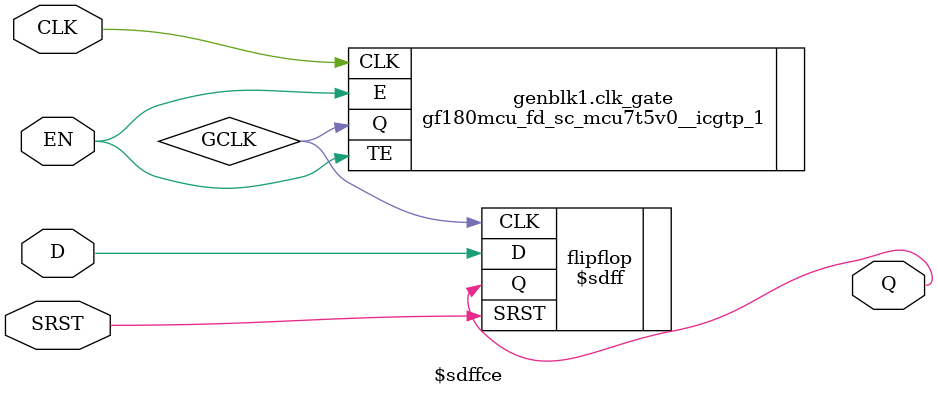
<source format=v>
/*
 	Copyright 2022 AUC Open Source Hardware Lab
	
	Licensed under the Apache License, Version 2.0 (the "License"); 
	you may not use this file except in compliance with the License. 
	You may obtain a copy of the License at:

	http://www.apache.org/licenses/LICENSE-2.0

	Unless required by applicable law or agreed to in writing, software 
	distributed under the License is distributed on an "AS IS" BASIS, 
	WITHOUT WARRANTIES OR CONDITIONS OF ANY KIND, either express or implied. 
	See the License for the specific language governing permissions and 
	limitations under the License.
*/



module \$adffe (ARST, CLK, D, EN, Q);
    parameter ARST_POLARITY =1'b1;
    parameter ARST_VALUE  =1'b0;
    parameter CLK_POLARITY =1'b1;
    parameter EN_POLARITY =1'b1;
    parameter WIDTH =1;

    input ARST, CLK, EN;
    input [WIDTH -1 :0] D; 
    output [WIDTH -1 :0] Q;

    wire GCLK;

    generate
        if (WIDTH < 5) begin
                gf180mcu_fd_sc_mcu7t5v0__icgtp_1  clk_gate ( .TE(EN), .E(EN), .CLK(CLK), .Q(GCLK) );
                end
            else if (WIDTH < 17) begin
                gf180mcu_fd_sc_mcu7t5v0__icgtp_2  clk_gate ( .TE(EN), .E(EN), .CLK(CLK), .Q(GCLK) );
                end
            else begin
                gf180mcu_fd_sc_mcu7t5v0__icgtp_4  clk_gate ( .TE(EN), .E(EN), .CLK(CLK), .Q(GCLK) );
        end
    endgenerate

    $adff  #( 
            .WIDTH(WIDTH), 
            .CLK_POLARITY(CLK_POLARITY),
            .ARST_VALUE(ARST_VALUE) ,
            .ARST_POLARITY (ARST_POLARITY)
            ) 
            flipflop(  
            .CLK(GCLK), 
            .ARST(ARST),
            .D(D), 
            .Q(Q)
            );
endmodule

//////////////////////////////////////////////////////////////////////////////////////
//////////////////////////////////////////////////////////////////////////////////////

module \$dffe ( CLK, D, EN, Q);
    parameter CLK_POLARITY =1'b1;
    parameter EN_POLARITY =1'b1;
    parameter WIDTH =1;

    input  CLK, EN;
    input [WIDTH -1:0] D; 
    output [WIDTH -1:0] Q;

    wire GCLK;

    generate
        if (WIDTH < 5) begin
                gf180mcu_fd_sc_mcu7t5v0__icgtp_1  clk_gate ( .TE(EN), .E(EN), .CLK(CLK), .Q(GCLK) );
                end
            else if (WIDTH < 17) begin
                gf180mcu_fd_sc_mcu7t5v0__icgtp_2  clk_gate ( .TE(EN), .E(EN), .CLK(CLK), .Q(GCLK) );
                end
            else begin
                gf180mcu_fd_sc_mcu7t5v0__icgtp_4  clk_gate ( .TE(EN), .E(EN), .CLK(CLK), .Q(GCLK) );
        end
    endgenerate

    $dff  #( 
            .WIDTH(WIDTH), 
            .CLK_POLARITY(CLK_POLARITY),
            ) 
            flipflop(  
            .CLK(GCLK), 
            .D(D), 
            .Q(Q)
            );
endmodule

//////////////////////////////////////////////////////////////////////////////////////
//////////////////////////////////////////////////////////////////////////////////////

module \$dffsre ( CLK, EN, CLR, SET, D, Q);
    parameter CLK_POLARITY =1'b1;
    parameter EN_POLARITY =1'b1;
    parameter CLR_POLARITY =1'b1;
    parameter SET_POLARITY =1'b1;
    parameter WIDTH =1;

    input  CLK, EN, CLR, SET;
    input [WIDTH -1:0] D; 
    output [WIDTH -1:0] Q;

    wire GCLK;

    generate
        if (WIDTH < 5) begin
                gf180mcu_fd_sc_mcu7t5v0__icgtp_1  clk_gate ( .TE(EN), .E(EN), .CLK(CLK), .Q(GCLK) );
                end
            else if (WIDTH < 17) begin
                gf180mcu_fd_sc_mcu7t5v0__icgtp_2  clk_gate ( .TE(EN), .E(EN), .CLK(CLK), .Q(GCLK) );
                end
            else begin
                gf180mcu_fd_sc_mcu7t5v0__icgtp_4  clk_gate ( .TE(EN), .E(EN), .CLK(CLK), .Q(GCLK) );
        end
    endgenerate

    $dffsr  #( 
            .WIDTH(WIDTH), 
            .CLK_POLARITY(CLK_POLARITY),
            .CLR_POLARITY(CLR_POLARITY), 
            .SET_POLARITY(SET_POLARITY)
            ) 
            flipflop(  
            .CLK(GCLK), 
            .CLR(CLR),
            .SET(SET),
            .D(D), 
            .Q(Q)
            );
endmodule

//////////////////////////////////////////////////////////////////////////////////////
//////////////////////////////////////////////////////////////////////////////////////

module \$aldffe ( CLK, EN, ALOAD, AD, D, Q);
    parameter CLK_POLARITY =1'b1;
    parameter EN_POLARITY =1'b1;
    parameter ALOAD_POLARITY =1'b1;
    parameter WIDTH =1;

    input  CLK, EN, ALOAD;
    input [WIDTH -1:0] D; 
    input [WIDTH-1:0] AD;
    output [WIDTH -1:0] Q;

    wire GCLK;

    generate
        if (WIDTH < 5) begin
                gf180mcu_fd_sc_mcu7t5v0__icgtp_1  clk_gate ( .TE(EN), .E(EN), .CLK(CLK), .Q(GCLK) );
                end
            else if (WIDTH < 17) begin
                gf180mcu_fd_sc_mcu7t5v0__icgtp_2  clk_gate ( .TE(EN), .E(EN), .CLK(CLK), .Q(GCLK) );
                end
            else begin
                gf180mcu_fd_sc_mcu7t5v0__icgtp_4  clk_gate ( .TE(EN), .E(EN), .CLK(CLK), .Q(GCLK) );
        end
    endgenerate

    $aldff  #( 
            .WIDTH(WIDTH), 
            .CLK_POLARITY(CLK_POLARITY),
            .ALOAD_POLARITY(ALOAD_POLARITY), 
            ) 
            flipflop(  
            .CLK(GCLK), 
            .D(D),
            .AD(AD),
            .Q(Q)
            );
endmodule

//////////////////////////////////////////////////////////////////////////////////////
//////////////////////////////////////////////////////////////////////////////////////

module \$sdffe ( CLK, EN, SRST, D, Q);
    parameter CLK_POLARITY =1'b1;
    parameter EN_POLARITY =1'b1;
    parameter SRST_POLARITY =1'b1;
    parameter SRST_VALUE =1'b1;
    parameter WIDTH =1;


    input  CLK, EN, SRST;
    input [WIDTH -1:0] D; 
    output [WIDTH -1:0] Q;

    wire GCLK;

    generate
        if (WIDTH < 5) begin
                gf180mcu_fd_sc_mcu7t5v0__icgtp_1  clk_gate ( .TE(EN), .E(EN), .CLK(CLK), .Q(GCLK) );
                end
            else if (WIDTH < 17) begin
                gf180mcu_fd_sc_mcu7t5v0__icgtp_2  clk_gate ( .TE(EN), .E(EN), .CLK(CLK), .Q(GCLK) );
                end
            else begin
                gf180mcu_fd_sc_mcu7t5v0__icgtp_4  clk_gate ( .TE(EN), .E(EN), .CLK(CLK), .Q(GCLK) );
        end
    endgenerate

    $sdff  #( 
            .WIDTH(WIDTH), 
            .CLK_POLARITY(CLK_POLARITY),
            .SRST_POLARITY(SRST_POLARITY), 
            .SRST_VALUE(SRST_VALUE)
            ) 
            flipflop(  
            .CLK(GCLK), 
            .SRST(SRST),
            .D(D), 
            .Q(Q)
            );
endmodule

//////////////////////////////////////////////////////////////////////////////////////
//////////////////////////////////////////////////////////////////////////////////////

module \$sdffce ( CLK, EN, SRST, D, Q);
    parameter CLK_POLARITY =1'b1;
    parameter EN_POLARITY =1'b1;
    parameter SRST_POLARITY =1'b1;
    parameter SRST_VALUE =1'b1;
    parameter WIDTH =1;

    input  CLK, EN, SRST;
    input [WIDTH -1:0] D; 
    output [WIDTH -1:0] Q;

    wire GCLK;

    generate
        if (WIDTH < 5) begin
                gf180mcu_fd_sc_mcu7t5v0__icgtp_1  clk_gate ( .TE(EN), .E(EN), .CLK(CLK), .Q(GCLK) );
                end
            else if (WIDTH < 17) begin
                gf180mcu_fd_sc_mcu7t5v0__icgtp_2  clk_gate ( .TE(EN), .E(EN), .CLK(CLK), .Q(GCLK) );
                end
            else begin
                gf180mcu_fd_sc_mcu7t5v0__icgtp_4  clk_gate ( .TE(EN), .E(EN), .CLK(CLK), .Q(GCLK) );
        end
    endgenerate

    $sdff  #( 
            .WIDTH(WIDTH), 
            .CLK_POLARITY(CLK_POLARITY),
            .SRST_POLARITY(SRST_POLARITY), 
            .SRST_VALUE(SRST_VALUE)
            ) 
            flipflop(  
            .CLK(GCLK), 
            .SRST(SRST),
            .D(D), 
            .Q(Q)
            );
endmodule

</source>
